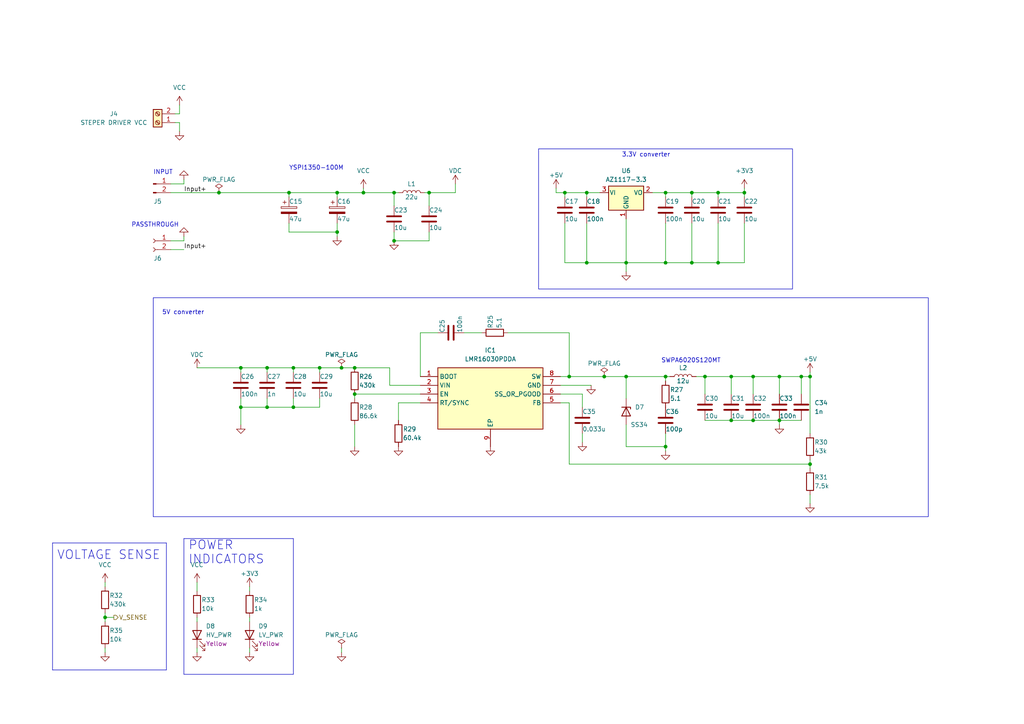
<source format=kicad_sch>
(kicad_sch (version 20231120) (generator "eeschema") (generator_version "8.0")
  (paper "A4")
  (title_block (title "Power Supply ") (date "2023-12-25") (rev "0.1") (company "Patryk Dudziński") (comment 1 "Power Supply  and filters"))
  (lib_symbols
    (symbol "Connector:Conn_01x02_Female" (pin_names (offset 1.016) hide)
      (property "Reference" "J" (at 0 2.54 0))
      (property "Value" "Conn_01x02_Female" (at 0 -5.08 0))
      (symbol "Conn_01x02_Female_1_1"
        (arc (start 0 -2.032) (mid -0.5058 -2.54) (end 0 -3.048) (stroke (width 0.1524)))
        (polyline (pts (xy -1.27 -2.54) (xy -0.508 -2.54)) (stroke (width 0.1524)))
        (polyline (pts (xy -1.27 0) (xy -0.508 0)) (stroke (width 0.1524)))
        (arc (start 0 0.508) (mid -0.5058 0) (end 0 -0.508) (stroke (width 0.1524)))
        (pin passive line (at -5.08 0 0) (length 3.81) (name "Pin_1") (number "1"))
        (pin passive line (at -5.08 -2.54 0) (length 3.81) (name "Pin_2") (number "2"))
      )
    )
    (symbol "Connector:Conn_01x02_Male" (pin_names (offset 1.016) hide)
      (property "Reference" "J" (at 0 2.54 0))
      (property "Value" "Conn_01x02_Male" (at 0 -5.08 0))
      (symbol "Conn_01x02_Male_1_1"
        (polyline (pts (xy 1.27 -2.54) (xy 0.8636 -2.54)) (stroke (width 0.1524)))
        (polyline (pts (xy 1.27 0) (xy 0.8636 0)) (stroke (width 0.1524)))
        (rectangle (start 0.8636 -2.413) (end 0 -2.667) (stroke (width 0.1524)) (fill (type outline)))
        (rectangle (start 0.8636 0.127) (end 0 -0.127) (stroke (width 0.1524)) (fill (type outline)))
        (pin passive line (at 5.08 0 180) (length 3.81) (name "Pin_1") (number "1"))
        (pin passive line (at 5.08 -2.54 180) (length 3.81) (name "Pin_2") (number "2"))
      )
    )
    (symbol "Connector:Screw_Terminal_01x02" (pin_names (offset 1.016) hide)
      (property "Reference" "J" (at 0 2.54 0))
      (property "Value" "Screw_Terminal_01x02" (at 0 -5.08 0))
      (symbol "Screw_Terminal_01x02_1_1"
        (rectangle (start -1.27 1.27) (end 1.27 -3.81) (stroke (width 0.254)) (fill (type background)))
        (circle (center 0 -2.54) (radius 0.635) (stroke (width 0.1524)))
        (polyline (pts (xy -0.5334 -2.2098) (xy 0.3302 -3.048)) (stroke (width 0.1524)))
        (polyline (pts (xy -0.5334 0.3302) (xy 0.3302 -0.508)) (stroke (width 0.1524)))
        (polyline (pts (xy -0.3556 -2.032) (xy 0.508 -2.8702)) (stroke (width 0.1524)))
        (polyline (pts (xy -0.3556 0.508) (xy 0.508 -0.3302)) (stroke (width 0.1524)))
        (circle (center 0 0) (radius 0.635) (stroke (width 0.1524)))
        (pin passive line (at -5.08 0 0) (length 3.81) (name "Pin_1") (number "1"))
        (pin passive line (at -5.08 -2.54 0) (length 3.81) (name "Pin_2") (number "2"))
      )
    )
    (symbol "Device:C" (pin_numbers hide) (pin_names (offset 0.254))
      (property "Reference" "C" (at 0.635 2.54 0))
      (property "Value" "C" (at 0.635 -2.54 0))
      (symbol "C_0_1"
        (polyline (pts (xy -2.032 -0.762) (xy 2.032 -0.762)) (stroke (width 0.508)))
        (polyline (pts (xy -2.032 0.762) (xy 2.032 0.762)) (stroke (width 0.508)))
      )
      (symbol "C_1_1"
        (pin passive line (at 0 3.81 270) (length 2.794) (name "~") (number "1"))
        (pin passive line (at 0 -3.81 90) (length 2.794) (name "~") (number "2"))
      )
    )
    (symbol "Device:C_Polarized" (pin_numbers hide) (pin_names (offset 0.254))
      (property "Reference" "C" (at 0.635 2.54 0))
      (property "Value" "C_Polarized" (at 0.635 -2.54 0))
      (symbol "C_Polarized_0_1"
        (rectangle (start -2.286 0.508) (end 2.286 1.016))
        (polyline (pts (xy -1.778 2.286) (xy -0.762 2.286)))
        (polyline (pts (xy -1.27 2.794) (xy -1.27 1.778)))
        (rectangle (start 2.286 -0.508) (end -2.286 -1.016) (fill (type outline)))
      )
      (symbol "C_Polarized_1_1"
        (pin passive line (at 0 3.81 270) (length 2.794) (name "~") (number "1"))
        (pin passive line (at 0 -3.81 90) (length 2.794) (name "~") (number "2"))
      )
    )
    (symbol "Device:L" (pin_numbers hide) (pin_names (offset 1.016) hide)
      (property "Reference" "L" (at -1.27 0 90))
      (property "Value" "L" (at 1.905 0 90))
      (symbol "L_0_1"
        (arc (start 0 -2.54) (mid 0.6323 -1.905) (end 0 -1.27))
        (arc (start 0 -1.27) (mid 0.6323 -0.635) (end 0 0))
        (arc (start 0 0) (mid 0.6323 0.635) (end 0 1.27))
        (arc (start 0 1.27) (mid 0.6323 1.905) (end 0 2.54))
      )
      (symbol "L_1_1"
        (pin passive line (at 0 3.81 270) (length 1.27) (name "1") (number "1"))
        (pin passive line (at 0 -3.81 90) (length 1.27) (name "2") (number "2"))
      )
    )
    (symbol "Device:LED" (pin_numbers hide) (pin_names (offset 1.016) hide)
      (property "Reference" "D" (at 0 2.54 0))
      (property "Value" "LED" (at 0 -2.54 0))
      (symbol "LED_0_1"
        (polyline (pts (xy -1.27 -1.27) (xy -1.27 1.27)) (stroke (width 0.254)))
        (polyline (pts (xy -1.27 0) (xy 1.27 0)))
        (polyline (pts (xy 1.27 -1.27) (xy 1.27 1.27) (xy -1.27 0) (xy 1.27 -1.27)) (stroke (width 0.254)))
        (polyline (pts (xy -3.048 -0.762) (xy -4.572 -2.286) (xy -3.81 -2.286) (xy -4.572 -2.286) (xy -4.572 -1.524)))
        (polyline (pts (xy -1.778 -0.762) (xy -3.302 -2.286) (xy -2.54 -2.286) (xy -3.302 -2.286) (xy -3.302 -1.524)))
      )
      (symbol "LED_1_1"
        (pin passive line (at -3.81 0 0) (length 2.54) (name "K") (number "1"))
        (pin passive line (at 3.81 0 180) (length 2.54) (name "A") (number "2"))
      )
    )
    (symbol "Device:R" (pin_numbers hide) (pin_names (offset 0))
      (property "Reference" "R" (at 2.032 0 90))
      (property "Value" "R" (at 0 0 90))
      (symbol "R_0_1"
        (rectangle (start -1.016 -2.54) (end 1.016 2.54) (stroke (width 0.254)))
      )
      (symbol "R_1_1"
        (pin passive line (at 0 3.81 270) (length 1.27) (name "~") (number "1"))
        (pin passive line (at 0 -3.81 90) (length 1.27) (name "~") (number "2"))
      )
    )
    (symbol "Diode:Z3SMCxxx" (pin_numbers hide) (pin_names hide)
      (property "Reference" "D" (at 0 2.54 0))
      (property "Value" "Z3SMCxxx" (at 0 -2.54 0))
      (symbol "Z3SMCxxx_0_1"
        (polyline (pts (xy 1.27 0) (xy -1.27 0)))
        (polyline (pts (xy -1.27 -1.27) (xy -1.27 1.27) (xy -0.762 1.27)) (stroke (width 0.254)))
        (polyline (pts (xy 1.27 -1.27) (xy 1.27 1.27) (xy -1.27 0) (xy 1.27 -1.27)) (stroke (width 0.254)))
      )
      (symbol "Z3SMCxxx_1_1"
        (pin passive line (at -3.81 0 0) (length 2.54) (name "K") (number "1"))
        (pin passive line (at 3.81 0 180) (length 2.54) (name "A") (number "2"))
      )
    )
    (symbol "LMR16030PDDA:LMR16030PDDA"
      (property "Reference" "IC" (at 36.83 7.62 0))
      (property "Value" "LMR16030PDDA" (at 36.83 5.08 0))
      (symbol "LMR16030PDDA_1_1"
        (rectangle (start 5.08 2.54) (end 35.56 -15.24) (stroke (width 0.254)) (fill (type background)))
        (pin passive line (at 0 0 0) (length 5.08) (name "BOOT") (number "1"))
        (pin passive line (at 0 -2.54 0) (length 5.08) (name "VIN") (number "2"))
        (pin passive line (at 0 -5.08 0) (length 5.08) (name "EN") (number "3"))
        (pin passive line (at 0 -7.62 0) (length 5.08) (name "RT/SYNC") (number "4"))
        (pin passive line (at 40.64 -7.62 180) (length 5.08) (name "FB") (number "5"))
        (pin passive line (at 40.64 -5.08 180) (length 5.08) (name "SS_OR_PGOOD") (number "6"))
        (pin passive line (at 40.64 -2.54 180) (length 5.08) (name "GND") (number "7"))
        (pin passive line (at 40.64 0 180) (length 5.08) (name "SW") (number "8"))
        (pin passive line (at 20.32 -20.32 90) (length 5.08) (name "EP") (number "9"))
      )
    )
    (symbol "Regulator_Linear:AMS1117-3.3" (pin_names (offset 0.254))
      (property "Reference" "U" (at -3.81 3.175 0))
      (property "Value" "AMS1117-3.3" (at 0 3.175 0))
      (symbol "AMS1117-3.3_0_1"
        (rectangle (start -5.08 -5.08) (end 5.08 1.905) (stroke (width 0.254)) (fill (type background)))
      )
      (symbol "AMS1117-3.3_1_1"
        (pin power_in line (at 0 -7.62 90) (length 2.54) (name "GND") (number "1"))
        (pin power_out line (at 7.62 0 180) (length 2.54) (name "VO") (number "2"))
        (pin power_in line (at -7.62 0 0) (length 2.54) (name "VI") (number "3"))
      )
    )
    (symbol "power:+3V3" (power) (pin_names (offset 0))
      (property "Value" "+3V3" (at 0 3.556 0))
      (symbol "+3V3_0_1"
        (polyline (pts (xy -0.762 1.27) (xy 0 2.54)))
        (polyline (pts (xy 0 0) (xy 0 2.54)))
        (polyline (pts (xy 0 2.54) (xy 0.762 1.27)))
      )
      (symbol "+3V3_1_1"
        (pin power_in line (at 0 0 90) (length 0) hide (name "+3V3") (number "1"))
      )
    )
    (symbol "power:+5V" (power) (pin_names (offset 0))
      (property "Value" "+5V" (at 0 3.556 0))
      (symbol "+5V_0_1"
        (polyline (pts (xy -0.762 1.27) (xy 0 2.54)))
        (polyline (pts (xy 0 0) (xy 0 2.54)))
        (polyline (pts (xy 0 2.54) (xy 0.762 1.27)))
      )
      (symbol "+5V_1_1"
        (pin power_in line (at 0 0 90) (length 0) hide (name "+5V") (number "1"))
      )
    )
    (symbol "power:GND" (power) (pin_names (offset 0))
      (property "Value" "GND" (at 0 -3.81 0))
      (symbol "GND_0_1"
        (polyline (pts (xy 0 0) (xy 0 -1.27) (xy 1.27 -1.27) (xy 0 -2.54) (xy -1.27 -1.27) (xy 0 -1.27)))
      )
      (symbol "GND_1_1"
        (pin power_in line (at 0 0 270) (length 0) hide (name "GND") (number "1"))
      )
    )
    (symbol "power:PWR_FLAG" (power) (pin_numbers hide) (pin_names (offset 0) hide)
      (property "Value" "PWR_FLAG" (at 0 3.81 0))
      (symbol "PWR_FLAG_0_0"
        (pin power_out line (at 0 0 90) (length 0) (name "pwr") (number "1"))
      )
      (symbol "PWR_FLAG_0_1"
        (polyline (pts (xy 0 0) (xy 0 1.27) (xy -1.016 1.905) (xy 0 2.54) (xy 1.016 1.905) (xy 0 1.27)))
      )
    )
    (symbol "power:VCC" (power) (pin_names (offset 0))
      (property "Value" "VCC" (at 0 3.81 0))
      (symbol "VCC_0_1"
        (polyline (pts (xy -0.762 1.27) (xy 0 2.54)))
        (polyline (pts (xy 0 0) (xy 0 2.54)))
        (polyline (pts (xy 0 2.54) (xy 0.762 1.27)))
      )
      (symbol "VCC_1_1"
        (pin power_in line (at 0 0 90) (length 0) hide (name "VCC") (number "1"))
      )
    )
    (symbol "power:VDC" (power) (pin_names (offset 0))
      (property "Value" "VDC" (at 0 6.35 0))
      (symbol "VDC_0_1"
        (polyline (pts (xy -0.762 1.27) (xy 0 2.54)))
        (polyline (pts (xy 0 0) (xy 0 2.54)))
        (polyline (pts (xy 0 2.54) (xy 0.762 1.27)))
      )
      (symbol "VDC_1_1"
        (pin power_in line (at 0 0 90) (length 0) hide (name "VDC") (number "1"))
      )
    )
  )
  (junction (at 77.47 106.68))
  (junction (at 83.82 55.88))
  (junction (at 234.95 109.22))
  (junction (at 114.3 69.85))
  (junction (at 175.26 109.22))
  (junction (at 124.46 55.88))
  (junction (at 97.79 67.31))
  (junction (at 181.61 109.22))
  (junction (at 215.9 55.88))
  (junction (at 193.04 55.88))
  (junction (at 99.06 106.68))
  (junction (at 181.61 76.2))
  (junction (at 218.44 109.22))
  (junction (at 193.04 129.54))
  (junction (at 212.09 121.92))
  (junction (at 226.06 121.92))
  (junction (at 218.44 121.92))
  (junction (at 208.28 55.88))
  (junction (at 212.09 109.22))
  (junction (at 69.85 106.68))
  (junction (at 102.87 106.68))
  (junction (at 193.04 109.22))
  (junction (at 30.48 179.07))
  (junction (at 234.95 134.62))
  (junction (at 114.3 55.88))
  (junction (at 200.66 55.88))
  (junction (at 204.47 109.22))
  (junction (at 97.79 55.88))
  (junction (at 208.28 76.2))
  (junction (at 63.5 55.88))
  (junction (at 85.09 118.11))
  (junction (at 232.41 109.22))
  (junction (at 85.09 106.68))
  (junction (at 165.1 109.22))
  (junction (at 226.06 109.22))
  (junction (at 92.71 106.68))
  (junction (at 105.41 55.88))
  (junction (at 193.04 76.2))
  (junction (at 170.18 76.2))
  (junction (at 69.85 118.11))
  (junction (at 163.83 55.88))
  (junction (at 170.18 55.88))
  (junction (at 102.87 114.3))
  (junction (at 200.66 76.2))
  (junction (at 77.47 118.11))
  (wire (pts (xy 30.48 177.8) (xy 30.48 179.07)))
  (wire (pts (xy 193.04 125.73) (xy 193.04 129.54)))
  (wire (pts (xy 52.07 33.02) (xy 52.07 30.48)))
  (wire (pts (xy 57.15 187.96) (xy 57.15 189.23)))
  (wire (pts (xy 226.06 121.92) (xy 226.06 123.19)))
  (wire (pts (xy 215.9 76.2) (xy 208.28 76.2)))
  (wire (pts (xy 57.15 179.07) (xy 57.15 180.34)))
  (wire (pts (xy 212.09 109.22) (xy 218.44 109.22)))
  (wire (pts (xy 99.06 187.96) (xy 99.06 189.23)))
  (wire (pts (xy 83.82 67.31) (xy 97.79 67.31)))
  (polyline (pts (xy 53.34 195.58) (xy 85.09 195.58)))
  (wire (pts (xy 114.3 69.85) (xy 114.3 67.31)))
  (wire (pts (xy 201.93 109.22) (xy 204.47 109.22)))
  (wire (pts (xy 102.87 114.3) (xy 102.87 115.57)))
  (wire (pts (xy 124.46 55.88) (xy 124.46 59.69)))
  (wire (pts (xy 208.28 55.88) (xy 215.9 55.88)))
  (wire (pts (xy 69.85 115.57) (xy 69.85 118.11)))
  (wire (pts (xy 218.44 121.92) (xy 226.06 121.92)))
  (wire (pts (xy 208.28 57.15) (xy 208.28 55.88)))
  (wire (pts (xy 30.48 168.91) (xy 30.48 170.18)))
  (wire (pts (xy 69.85 106.68) (xy 77.47 106.68)))
  (wire (pts (xy 181.61 76.2) (xy 193.04 76.2)))
  (wire (pts (xy 134.62 96.52) (xy 139.7 96.52)))
  (wire (pts (xy 232.41 109.22) (xy 232.41 114.3)))
  (wire (pts (xy 123.19 55.88) (xy 124.46 55.88)))
  (wire (pts (xy 165.1 116.84) (xy 165.1 134.62)))
  (wire (pts (xy 77.47 118.11) (xy 85.09 118.11)))
  (wire (pts (xy 234.95 133.35) (xy 234.95 134.62)))
  (wire (pts (xy 99.06 106.68) (xy 92.71 106.68)))
  (wire (pts (xy 168.91 118.11) (xy 168.91 114.3)))
  (wire (pts (xy 212.09 121.92) (xy 218.44 121.92)))
  (wire (pts (xy 52.07 35.56) (xy 52.07 38.1)))
  (wire (pts (xy 114.3 69.85) (xy 124.46 69.85)))
  (wire (pts (xy 193.04 76.2) (xy 200.66 76.2)))
  (polyline (pts (xy 15.24 194.31) (xy 48.26 194.31)))
  (wire (pts (xy 162.56 109.22) (xy 165.1 109.22)))
  (polyline (pts (xy 15.24 157.48) (xy 48.26 157.48)))
  (wire (pts (xy 193.04 129.54) (xy 193.04 130.81)))
  (wire (pts (xy 53.34 72.39) (xy 49.53 72.39)))
  (wire (pts (xy 113.03 106.68) (xy 102.87 106.68)))
  (wire (pts (xy 77.47 106.68) (xy 85.09 106.68)))
  (wire (pts (xy 215.9 55.88) (xy 215.9 54.61)))
  (wire (pts (xy 121.92 111.76) (xy 113.03 111.76)))
  (wire (pts (xy 124.46 55.88) (xy 132.08 55.88)))
  (wire (pts (xy 168.91 128.27) (xy 168.91 125.73)))
  (wire (pts (xy 162.56 111.76) (xy 171.45 111.76)))
  (wire (pts (xy 204.47 114.3) (xy 204.47 109.22)))
  (wire (pts (xy 161.29 55.88) (xy 163.83 55.88)))
  (wire (pts (xy 97.79 55.88) (xy 97.79 57.15)))
  (wire (pts (xy 113.03 111.76) (xy 113.03 106.68)))
  (wire (pts (xy 165.1 109.22) (xy 175.26 109.22)))
  (wire (pts (xy 226.06 109.22) (xy 218.44 109.22)))
  (wire (pts (xy 200.66 55.88) (xy 208.28 55.88)))
  (wire (pts (xy 121.92 109.22) (xy 121.92 96.52)))
  (wire (pts (xy 50.8 35.56) (xy 52.07 35.56)))
  (wire (pts (xy 181.61 63.5) (xy 181.61 76.2)))
  (wire (pts (xy 124.46 69.85) (xy 124.46 67.31)))
  (wire (pts (xy 121.92 96.52) (xy 127 96.52)))
  (wire (pts (xy 83.82 67.31) (xy 83.82 64.77)))
  (wire (pts (xy 105.41 54.61) (xy 105.41 55.88)))
  (wire (pts (xy 163.83 55.88) (xy 163.83 57.15)))
  (wire (pts (xy 204.47 121.92) (xy 212.09 121.92)))
  (wire (pts (xy 163.83 55.88) (xy 170.18 55.88)))
  (wire (pts (xy 57.15 168.91) (xy 57.15 171.45)))
  (wire (pts (xy 53.34 69.85) (xy 53.34 68.58)))
  (wire (pts (xy 165.1 134.62) (xy 234.95 134.62)))
  (wire (pts (xy 132.08 55.88) (xy 132.08 53.34)))
  (polyline (pts (xy 85.09 195.58) (xy 85.09 156.21)))
  (wire (pts (xy 193.04 64.77) (xy 193.04 76.2)))
  (wire (pts (xy 208.28 64.77) (xy 208.28 76.2)))
  (wire (pts (xy 200.66 76.2) (xy 208.28 76.2)))
  (wire (pts (xy 92.71 107.95) (xy 92.71 106.68)))
  (wire (pts (xy 72.39 179.07) (xy 72.39 180.34)))
  (wire (pts (xy 181.61 109.22) (xy 193.04 109.22)))
  (wire (pts (xy 193.04 110.49) (xy 193.04 109.22)))
  (wire (pts (xy 49.53 55.88) (xy 63.5 55.88)))
  (wire (pts (xy 69.85 118.11) (xy 69.85 123.19)))
  (wire (pts (xy 69.85 107.95) (xy 69.85 106.68)))
  (wire (pts (xy 77.47 115.57) (xy 77.47 118.11)))
  (wire (pts (xy 181.61 123.19) (xy 181.61 129.54)))
  (wire (pts (xy 102.87 123.19) (xy 102.87 129.54)))
  (wire (pts (xy 114.3 55.88) (xy 114.3 59.69)))
  (wire (pts (xy 161.29 54.61) (xy 161.29 55.88)))
  (wire (pts (xy 232.41 109.22) (xy 226.06 109.22)))
  (wire (pts (xy 102.87 106.68) (xy 99.06 106.68)))
  (polyline (pts (xy 48.26 194.31) (xy 48.26 157.48)))
  (wire (pts (xy 193.04 55.88) (xy 200.66 55.88)))
  (wire (pts (xy 97.79 67.31) (xy 97.79 64.77)))
  (wire (pts (xy 53.34 69.85) (xy 49.53 69.85)))
  (wire (pts (xy 181.61 109.22) (xy 181.61 115.57)))
  (wire (pts (xy 97.79 68.58) (xy 97.79 67.31)))
  (wire (pts (xy 234.95 134.62) (xy 234.95 135.89)))
  (wire (pts (xy 200.66 64.77) (xy 200.66 76.2)))
  (wire (pts (xy 163.83 64.77) (xy 163.83 76.2)))
  (wire (pts (xy 115.57 55.88) (xy 114.3 55.88)))
  (wire (pts (xy 162.56 116.84) (xy 165.1 116.84)))
  (wire (pts (xy 170.18 55.88) (xy 170.18 57.15)))
  (wire (pts (xy 170.18 64.77) (xy 170.18 76.2)))
  (wire (pts (xy 53.34 53.34) (xy 49.53 53.34)))
  (wire (pts (xy 200.66 55.88) (xy 200.66 57.15)))
  (polyline (pts (xy 15.24 157.48) (xy 15.24 194.31)))
  (wire (pts (xy 115.57 116.84) (xy 115.57 121.92)))
  (wire (pts (xy 105.41 55.88) (xy 114.3 55.88)))
  (wire (pts (xy 30.48 179.07) (xy 30.48 180.34)))
  (wire (pts (xy 53.34 53.34) (xy 53.34 52.07)))
  (wire (pts (xy 57.15 106.68) (xy 69.85 106.68)))
  (wire (pts (xy 30.48 187.96) (xy 30.48 189.23)))
  (wire (pts (xy 234.95 125.73) (xy 234.95 109.22)))
  (wire (pts (xy 175.26 109.22) (xy 181.61 109.22)))
  (wire (pts (xy 83.82 55.88) (xy 83.82 57.15)))
  (wire (pts (xy 212.09 114.3) (xy 212.09 109.22)))
  (polyline (pts (xy 53.34 156.21) (xy 85.09 156.21)))
  (wire (pts (xy 72.39 170.18) (xy 72.39 171.45)))
  (wire (pts (xy 147.32 96.52) (xy 165.1 96.52)))
  (wire (pts (xy 83.82 55.88) (xy 97.79 55.88)))
  (wire (pts (xy 72.39 187.96) (xy 72.39 189.23)))
  (wire (pts (xy 102.87 114.3) (xy 121.92 114.3)))
  (wire (pts (xy 218.44 114.3) (xy 218.44 109.22)))
  (wire (pts (xy 92.71 106.68) (xy 85.09 106.68)))
  (wire (pts (xy 92.71 115.57) (xy 92.71 118.11)))
  (wire (pts (xy 215.9 55.88) (xy 215.9 57.15)))
  (wire (pts (xy 170.18 76.2) (xy 181.61 76.2)))
  (wire (pts (xy 215.9 64.77) (xy 215.9 76.2)))
  (wire (pts (xy 204.47 109.22) (xy 212.09 109.22)))
  (wire (pts (xy 193.04 55.88) (xy 193.04 57.15)))
  (wire (pts (xy 85.09 107.95) (xy 85.09 106.68)))
  (wire (pts (xy 234.95 109.22) (xy 232.41 109.22)))
  (wire (pts (xy 189.23 55.88) (xy 193.04 55.88)))
  (wire (pts (xy 181.61 129.54) (xy 193.04 129.54)))
  (wire (pts (xy 234.95 143.51) (xy 234.95 146.05)))
  (wire (pts (xy 63.5 55.88) (xy 83.82 55.88)))
  (wire (pts (xy 226.06 109.22) (xy 226.06 114.3)))
  (wire (pts (xy 165.1 109.22) (xy 165.1 96.52)))
  (wire (pts (xy 170.18 76.2) (xy 163.83 76.2)))
  (wire (pts (xy 69.85 118.11) (xy 77.47 118.11)))
  (wire (pts (xy 115.57 116.84) (xy 121.92 116.84)))
  (wire (pts (xy 92.71 118.11) (xy 85.09 118.11)))
  (wire (pts (xy 50.8 33.02) (xy 52.07 33.02)))
  (wire (pts (xy 77.47 107.95) (xy 77.47 106.68)))
  (wire (pts (xy 226.06 121.92) (xy 232.41 121.92)))
  (wire (pts (xy 97.79 55.88) (xy 105.41 55.88)))
  (wire (pts (xy 85.09 115.57) (xy 85.09 118.11)))
  (wire (pts (xy 162.56 114.3) (xy 168.91 114.3)))
  (wire (pts (xy 181.61 78.74) (xy 181.61 76.2)))
  (wire (pts (xy 30.48 179.07) (xy 33.02 179.07)))
  (wire (pts (xy 193.04 109.22) (xy 194.31 109.22)))
  (wire (pts (xy 234.95 107.95) (xy 234.95 109.22)))
  (wire (pts (xy 170.18 55.88) (xy 173.99 55.88)))
  (polyline (pts (xy 53.34 156.21) (xy 53.34 195.58)))
  (rectangle (start 156.21 43.18) (end 229.87 83.82))
  (rectangle (start 44.45 86.36) (end 269.24 149.86))
  (text "POWER\nINDICATORS" (at 54.61 163.83 0) (effects (font (size 2.54 2.54)) (justify left bottom)))
  (text "VOLTAGE SENSE" (at 16.51 162.56 0) (effects (font (size 2.54 2.54)) (justify left bottom)))
  (text "YSPI1350-100M" (at 83.82 49.53 0) (effects (font (size 1.27 1.27)) (justify left bottom)))
  (text "PASSTHROUGH" (at 38.1 66.04 0) (effects (font (size 1.27 1.27)) (justify left bottom)))
  (text "SWPA6020S120MT" (at 191.77 105.41 0) (effects (font (size 1.27 1.27)) (justify left bottom)))
  (text "INPUT" (at 44.45 50.8 0) (effects (font (size 1.27 1.27)) (justify left bottom)))
  (text "3.3V converter" (at 180.34 45.72 0) (effects (font (size 1.27 1.27)) (justify left bottom)))
  (text "5V converter" (at 46.99 91.44 0) (effects (font (size 1.27 1.27)) (justify left bottom)))
  (label "Input+" (at 53.34 72.39 0))
  (label "Input+" (at 53.34 55.88 0))
  (hierarchical_label "V_SENSE" (shape output) (at 33.02 179.07 0))
  (symbol (lib_id "Device:L") (at 119.38 55.88 90) (unit 1)
    (property "Reference" "L1" (at 119.38 53.34 90))
    (property "Value" "22u" (at 119.38 57.15 90))
    (property "Footprint" "Inductor_SMD:L_6.3x6.3_H3" (effects (hide yes)))
  )
  (symbol (lib_id "Device:C") (at 124.46 63.5 0) (unit 1)
    (property "Reference" "C24" (at 124.46 60.96 0) (effects (justify left)))
    (property "Value" "10u" (at 124.46 66.04 0) (effects (justify left)))
    (property "Footprint" "Capacitor_SMD:C_1210_3225Metric" (effects (hide yes)))
  )
  (symbol (lib_id "Device:C") (at 85.09 111.76 0) (unit 1)
    (property "Reference" "C28" (at 85.09 109.22 0) (effects (justify left)))
    (property "Value" "10u" (at 85.09 114.3 0) (effects (justify left)))
    (property "Footprint" "Capacitor_SMD:C_1210_3225Metric" (effects (hide yes)))
    (instances (project "sdrac_board" (path "" (reference "C28") (unit 1))) (project "motor controller" (path "" (reference "C23") (unit 1))))
  )
  (symbol (lib_id "Device:C") (at 92.71 111.76 0) (unit 1)
    (property "Reference" "C29" (at 92.71 109.22 0) (effects (justify left)))
    (property "Value" "10u" (at 92.71 114.3 0) (effects (justify left)))
    (property "Footprint" "Capacitor_SMD:C_1210_3225Metric" (effects (hide yes)))
    (instances (project "sdrac_board" (path "" (reference "C29") (unit 1))) (project "motor controller" (path "" (reference "C23") (unit 1))))
  )
  (symbol (lib_id "power:GND") (at 72.39 189.23 0) (unit 1)
    (property "Reference" "#PWR069" (effects (hide yes)))
    (property "Value" "GND" (effects (hide yes)))
    (instances (project "sdrac_board" (path "" (reference "#PWR069") (unit 1))) (project "motor controller" (path "" (reference "#PWR067") (unit 1))))
  )
  (symbol (lib_id "Device:R") (at 234.95 129.54 0) (unit 1)
    (property "Reference" "R30" (at 236.22 128.27 0) (effects (justify left)))
    (property "Value" "43k" (at 236.22 130.81 0) (effects (justify left)))
    (property "Footprint" "Resistor_SMD:R_0603_1608Metric" (effects (hide yes)))
    (instances (project "sdrac_board" (path "" (reference "R30") (unit 1))) (project "motor controller" (path "" (reference "R34") (unit 1))))
  )
  (symbol (lib_id "Device:C") (at 69.85 111.76 0) (unit 1)
    (property "Reference" "C26" (at 69.85 109.22 0) (effects (justify left)))
    (property "Value" "100n" (at 69.85 114.3 0) (effects (justify left)))
    (property "Footprint" "Capacitor_SMD:C_0603_1608Metric" (effects (hide yes)))
    (instances (project "sdrac_board" (path "" (reference "C26") (unit 1))) (project "motor controller" (path "" (reference "C34") (unit 1))))
  )
  (symbol (lib_id "Device:C") (at 170.18 60.96 0) (unit 1)
    (property "Reference" "C18" (at 170.18 58.42 0) (effects (justify left)))
    (property "Value" "100n" (at 170.18 63.5 0) (effects (justify left)))
    (property "Footprint" "Capacitor_SMD:C_0603_1608Metric" (effects (hide yes)))
    (instances (project "sdrac_board" (path "" (reference "C18") (unit 1))) (project "motor controller" (path "" (reference "C30") (unit 1))))
  )
  (symbol (lib_id "power:VDC") (at 132.08 53.34 0) (unit 1)
    (property "Reference" "#PWR045" (effects (hide yes)))
    (property "Value" "VDC" (at 132.08 49.53 0))
    (instances (project "sdrac_board" (path "" (reference "#PWR045") (unit 1))) (project "motor controller" (path "" (reference "#PWR072") (unit 1))))
  )
  (symbol (lib_id "Device:R") (at 102.87 110.49 0) (unit 1)
    (property "Reference" "R26" (at 104.14 109.22 0) (effects (justify left)))
    (property "Value" "430k" (at 104.14 111.76 0) (effects (justify left)))
    (property "Footprint" "Resistor_SMD:R_0603_1608Metric" (effects (hide yes)))
    (instances (project "sdrac_board" (path "" (reference "R26") (unit 1))) (project "motor controller" (path "" (reference "R34") (unit 1))))
  )
  (symbol (lib_id "power:VDC") (at 57.15 106.68 0) (unit 1)
    (property "Reference" "#PWR053" (effects (hide yes)))
    (property "Value" "VDC" (at 57.15 102.87 0))
  )
  (symbol (lib_id "power:GND") (at 234.95 146.05 0) (unit 1)
    (property "Reference" "#PWR063" (effects (hide yes)))
    (property "Value" "GND" (effects (hide yes)))
    (instances (project "sdrac_board" (path "" (reference "#PWR063") (unit 1))) (project "motor controller" (path "" (reference "#PWR071") (unit 1))))
  )
  (symbol (lib_id "Device:R") (at 193.04 114.3 0) (unit 1)
    (property "Reference" "R27" (at 194.31 113.03 0) (effects (justify left)))
    (property "Value" "5.1" (at 194.31 115.57 0) (effects (justify left)))
    (property "Footprint" "Resistor_SMD:R_0603_1608Metric" (effects (hide yes)))
    (instances (project "sdrac_board" (path "" (reference "R27") (unit 1))) (project "motor controller" (path "" (reference "R34") (unit 1))))
  )
  (symbol (lib_id "power:GND") (at 193.04 130.81 0) (unit 1)
    (property "Reference" "#PWR062" (effects (hide yes)))
    (property "Value" "GND" (effects (hide yes)))
    (instances (project "sdrac_board" (path "" (reference "#PWR062") (unit 1))) (project "motor controller" (path "" (reference "#PWR071") (unit 1))))
  )
  (symbol (lib_id "power:+3V3") (at 72.39 170.18 0) (unit 1)
    (property "Reference" "#PWR066" (effects (hide yes)))
    (property "Value" "+3V3" (at 72.39 166.37 0))
  )
  (symbol (lib_id "Device:C") (at 232.41 118.11 0) (unit 1)
    (property "Reference" "C34" (at 236.22 116.84 0) (effects (justify left)))
    (property "Value" "1n" (at 236.22 119.38 0) (effects (justify left)))
    (property "Footprint" "Capacitor_SMD:C_0603_1608Metric" (effects (hide yes)))
  )
  (symbol (lib_id "power:+5V") (at 161.29 54.61 0) (unit 1)
    (property "Reference" "#PWR047" (effects (hide yes)))
    (property "Value" "+5V" (at 161.29 50.8 0))
    (instances (project "sdrac_board" (path "" (reference "#PWR047") (unit 1))) (project "motor controller" (path "" (reference "#PWR070") (unit 1))))
  )
  (symbol (lib_id "power:GND") (at 52.07 38.1 0) (unit 1)
    (property "Reference" "#PWR043" (effects (hide yes)))
    (property "Value" "GND" (effects (hide yes)))
  )
  (symbol (lib_id "Device:R") (at 102.87 119.38 0) (unit 1)
    (property "Reference" "R28" (at 104.14 118.11 0) (effects (justify left)))
    (property "Value" "86.6k" (at 104.14 120.65 0) (effects (justify left)))
    (property "Footprint" "Resistor_SMD:R_0603_1608Metric" (effects (hide yes)))
    (instances (project "sdrac_board" (path "" (reference "R28") (unit 1))) (project "motor controller" (path "" (reference "R34") (unit 1))))
  )
  (symbol (lib_id "power:GND") (at 115.57 129.54 0) (unit 1)
    (property "Reference" "#PWR060" (effects (hide yes)))
    (property "Value" "GND" (effects (hide yes)))
    (instances (project "sdrac_board" (path "" (reference "#PWR060") (unit 1))) (project "motor controller" (path "" (reference "#PWR071") (unit 1))))
  )
  (symbol (lib_id "power:GND") (at 142.24 129.54 0) (unit 1)
    (property "Reference" "#PWR061" (effects (hide yes)))
    (property "Value" "GND" (effects (hide yes)))
    (instances (project "sdrac_board" (path "" (reference "#PWR061") (unit 1))) (project "motor controller" (path "" (reference "#PWR071") (unit 1))))
  )
  (symbol (lib_id "Device:C") (at 114.3 63.5 0) (unit 1)
    (property "Reference" "C23" (at 114.3 60.96 0) (effects (justify left)))
    (property "Value" "10u" (at 114.3 66.04 0) (effects (justify left)))
    (property "Footprint" "Capacitor_SMD:C_1210_3225Metric" (effects (hide yes)))
  )
  (symbol (lib_id "power:PWR_FLAG") (at 99.06 187.96 0) (unit 1)
    (property "Reference" "#FLG05" (effects (hide yes)))
    (property "Value" "PWR_FLAG" (at 99.06 184.15 0))
    (instances (project "sdrac_board" (path "" (reference "#FLG05") (unit 1))) (project "motor controller" (path "" (reference "#FLG04") (unit 1))))
  )
  (symbol (lib_id "Device:C_Polarized") (at 97.79 60.96 0) (unit 1)
    (property "Reference" "C16" (at 97.79 58.42 0) (effects (justify left)))
    (property "Value" "47u" (at 97.79 63.5 0) (effects (justify left)))
    (property "Footprint" "Capacitor_SMD:CP_Elec_10x10.5" (effects (hide yes)))
  )
  (symbol (lib_id "Device:C") (at 163.83 60.96 0) (unit 1)
    (property "Reference" "C17" (at 163.83 58.42 0) (effects (justify left)))
    (property "Value" "10u" (at 163.83 63.5 0) (effects (justify left)))
    (property "Footprint" "Capacitor_SMD:C_1206_3216Metric" (effects (hide yes)))
    (instances (project "sdrac_board" (path "" (reference "C17") (unit 1))) (project "motor controller" (path "" (reference "C28") (unit 1))))
  )
  (symbol (lib_id "Device:C") (at 212.09 118.11 0) (unit 1)
    (property "Reference" "C31" (at 212.09 115.57 0) (effects (justify left)))
    (property "Value" "10u" (at 212.09 120.65 0) (effects (justify left)))
    (property "Footprint" "Capacitor_SMD:C_0805_2012Metric" (effects (hide yes)))
    (instances (project "sdrac_board" (path "" (reference "C31") (unit 1))) (project "motor controller" (path "" (reference "C23") (unit 1))))
  )
  (symbol (lib_id "Device:LED") (at 72.39 184.15 90) (unit 1)
    (property "Reference" "D9" (at 74.93 181.61 90) (effects (justify right)))
    (property "Value" "LV_PWR" (at 74.93 184.15 90) (effects (justify right)))
    (property "Footprint" "Diode_SMD:D_0603_1608Metric" (effects (hide yes)))
    (property "Color" "Yellow" (at 74.93 186.69 90) (effects (justify right)))
    (instances (project "sdrac_board" (path "" (reference "D9") (unit 1))) (project "motor controller" (path "" (reference "D15") (unit 1))))
  )
  (symbol (lib_id "power:+3V3") (at 215.9 54.61 0) (unit 1)
    (property "Reference" "#PWR048" (effects (hide yes)))
    (property "Value" "+3V3" (at 215.9 49.53 0))
    (instances (project "sdrac_board" (path "" (reference "#PWR048") (unit 1))) (project "motor controller" (path "" (reference "#PWR074") (unit 1))))
  )
  (symbol (lib_id "Device:R") (at 72.39 175.26 0) (unit 1)
    (property "Reference" "R34" (at 73.66 173.99 0) (effects (justify left)))
    (property "Value" "1k" (at 73.66 176.53 0) (effects (justify left)))
    (property "Footprint" "Resistor_SMD:R_0402_1005Metric" (effects (hide yes)))
    (instances (project "sdrac_board" (path "" (reference "R34") (unit 1))) (project "motor controller" (path "" (reference "R37") (unit 1))))
  )
  (symbol (lib_id "Device:R") (at 115.57 125.73 0) (unit 1)
    (property "Reference" "R29" (at 116.84 124.46 0) (effects (justify left)))
    (property "Value" "60.4k" (at 116.84 127 0) (effects (justify left)))
    (property "Footprint" "Resistor_SMD:R_0603_1608Metric" (effects (hide yes)))
    (instances (project "sdrac_board" (path "" (reference "R29") (unit 1))) (project "motor controller" (path "" (reference "R34") (unit 1))))
  )
  (symbol (lib_id "LMR16030PDDA:LMR16030PDDA") (at 121.92 109.22 0) (unit 1)
    (property "Reference" "IC1" (at 142.24 101.6 0))
    (property "Value" "LMR16030PDDA" (at 142.24 104.14 0))
    (property "Footprint" "SOIC127P600X170-9N" (effects (hide yes)))
    (property "Datasheet" "http://www.ti.com/lit/ds/symlink/lmr16030.pdf" (effects (hide yes)))
    (property "Height" "1.7" (effects (hide yes)))
    (property "Manufacturer_Name" "Texas Instruments" (effects (hide yes)))
    (property "Manufacturer_Part_Number" "LMR16030PDDA" (effects (hide yes)))
    (property "Mouser Part Number" "595-LMR16030PDDA" (effects (hide yes)))
    (property "Mouser Price/Stock" "https://www.mouser.co.uk/ProductDetail/Texas-Instruments/LMR16030PDDA?qs=n%252BTO0c4TDSbXzO0JauJLSw%3D%3D" (effects (hide yes)))
    (property "Arrow Part Number" "LMR16030PDDA" (effects (hide yes)))
    (property "Arrow Price/Stock" "https://www.arrow.com/en/products/lmr16030pdda/texas-instruments?region=nac" (effects (hide yes)))
  )
  (symbol (lib_id "power:GND") (at 168.91 128.27 0) (unit 1)
    (property "Reference" "#PWR058" (effects (hide yes)))
    (property "Value" "GND" (effects (hide yes)))
    (instances (project "sdrac_board" (path "" (reference "#PWR058") (unit 1))) (project "motor controller" (path "" (reference "#PWR071") (unit 1))))
  )
  (symbol (lib_id "Device:C") (at 200.66 60.96 0) (unit 1)
    (property "Reference" "C20" (at 200.66 58.42 0) (effects (justify left)))
    (property "Value" "10u" (at 200.66 63.5 0) (effects (justify left)))
    (property "Footprint" "Capacitor_SMD:C_0805_2012Metric" (effects (hide yes)))
    (instances (project "sdrac_board" (path "" (reference "C20") (unit 1))) (project "motor controller" (path "" (reference "C36") (unit 1))))
  )
  (symbol (lib_id "Device:L") (at 198.12 109.22 90) (unit 1)
    (property "Reference" "L2" (at 198.12 106.68 90))
    (property "Value" "12u" (at 198.12 110.49 90))
    (property "Footprint" "Inductor_SMD:L_1812_4532Metric" (effects (hide yes)))
    (instances (project "sdrac_board" (path "" (reference "L2") (unit 1))) (project "motor controller" (path "" (reference "L1") (unit 1))))
  )
  (symbol (lib_id "power:GND") (at 69.85 123.19 0) (unit 1)
    (property "Reference" "#PWR056" (effects (hide yes)))
    (property "Value" "GND" (effects (hide yes)))
    (instances (project "sdrac_board" (path "" (reference "#PWR056") (unit 1))) (project "motor controller" (path "" (reference "#PWR071") (unit 1))))
  )
  (symbol (lib_id "Connector:Screw_Terminal_01x02") (at 45.72 35.56 180) (unit 1)
    (property "Reference" "J4" (at 33.02 33.02 0))
    (property "Value" "STEPER DRIVER VCC" (at 33.02 35.56 0))
    (property "Footprint" "TerminalBlock_Phoenix:TerminalBlock_Phoenix_MKDS-1,5-2_1x02_P5.00mm_Horizontal" (effects (hide yes)))
  )
  (symbol (lib_id "Device:C") (at 130.81 96.52 90) (unit 1)
    (property "Reference" "C25" (at 128.27 96.52 0) (effects (justify left)))
    (property "Value" "100n" (at 133.35 96.52 0) (effects (justify left)))
    (property "Footprint" "Resistor_SMD:R_0603_1608Metric" (effects (hide yes)))
    (instances (project "sdrac_board" (path "" (reference "C25") (unit 1))) (project "motor controller" (path "" (reference "C24") (unit 1))))
  )
  (symbol (lib_id "Device:R") (at 143.51 96.52 90) (unit 1)
    (property "Reference" "R25" (at 142.24 95.25 0) (effects (justify left)))
    (property "Value" "5.1" (at 144.78 95.25 0) (effects (justify left)))
    (property "Footprint" "Resistor_SMD:R_0603_1608Metric" (effects (hide yes)))
    (instances (project "sdrac_board" (path "" (reference "R25") (unit 1))) (project "motor controller" (path "" (reference "R34") (unit 1))))
  )
  (symbol (lib_id "Device:R") (at 234.95 139.7 0) (unit 1)
    (property "Reference" "R31" (at 236.22 138.43 0) (effects (justify left)))
    (property "Value" "7.5k" (at 236.22 140.97 0) (effects (justify left)))
    (property "Footprint" "Resistor_SMD:R_0603_1608Metric" (effects (hide yes)))
    (instances (project "sdrac_board" (path "" (reference "R31") (unit 1))) (project "motor controller" (path "" (reference "R34") (unit 1))))
  )
  (symbol (lib_id "power:PWR_FLAG") (at 63.5 55.88 0) (unit 1)
    (property "Reference" "#FLG02" (effects (hide yes)))
    (property "Value" "PWR_FLAG" (at 63.5 52.07 0))
  )
  (symbol (lib_id "power:GND") (at 114.3 69.85 0) (unit 1)
    (property "Reference" "#PWR051" (effects (hide yes)))
    (property "Value" "GND" (effects (hide yes)))
  )
  (symbol (lib_id "power:VCC") (at 52.07 30.48 0) (unit 1)
    (property "Reference" "#PWR042" (effects (hide yes)))
    (property "Value" "VCC" (at 52.07 25.4 0))
  )
  (symbol (lib_id "Device:C_Polarized") (at 83.82 60.96 0) (unit 1)
    (property "Reference" "C15" (at 83.82 58.42 0) (effects (justify left)))
    (property "Value" "47u" (at 83.82 63.5 0) (effects (justify left)))
    (property "Footprint" "Capacitor_SMD:CP_Elec_10x10.5" (effects (hide yes)))
  )
  (symbol (lib_id "Device:C") (at 218.44 118.11 0) (unit 1)
    (property "Reference" "C32" (at 218.44 115.57 0) (effects (justify left)))
    (property "Value" "100n" (at 218.44 120.65 0) (effects (justify left)))
    (property "Footprint" "Capacitor_SMD:C_0603_1608Metric" (effects (hide yes)))
    (instances (project "sdrac_board" (path "" (reference "C32") (unit 1))) (project "motor controller" (path "" (reference "C24") (unit 1))))
  )
  (symbol (lib_id "power:+5V") (at 234.95 107.95 0) (unit 1)
    (property "Reference" "#PWR054" (effects (hide yes)))
    (property "Value" "+5V" (at 234.95 104.14 0))
    (instances (project "sdrac_board" (path "" (reference "#PWR054") (unit 1))) (project "motor controller" (path "" (reference "#PWR070") (unit 1))))
  )
  (symbol (lib_id "Device:C") (at 204.47 118.11 0) (unit 1)
    (property "Reference" "C30" (at 204.47 115.57 0) (effects (justify left)))
    (property "Value" "10u" (at 204.47 120.65 0) (effects (justify left)))
    (property "Footprint" "Capacitor_SMD:C_0805_2012Metric" (effects (hide yes)))
    (instances (project "sdrac_board" (path "" (reference "C30") (unit 1))) (project "motor controller" (path "" (reference "C23") (unit 1))))
  )
  (symbol (lib_id "power:GND") (at 99.06 189.23 0) (unit 1)
    (property "Reference" "#PWR070" (effects (hide yes)))
    (property "Value" "GND" (effects (hide yes)))
    (instances (project "sdrac_board" (path "" (reference "#PWR070") (unit 1))) (project "motor controller" (path "" (reference "#PWR069") (unit 1))))
  )
  (symbol (lib_id "power:VCC") (at 30.48 168.91 0) (unit 1)
    (property "Reference" "#PWR064" (effects (hide yes)))
    (property "Value" "VCC" (at 30.48 163.83 0))
  )
  (symbol (lib_id "Device:C") (at 226.06 118.11 0) (unit 1)
    (property "Reference" "C33" (at 226.06 115.57 0) (effects (justify left)))
    (property "Value" "100n" (at 226.06 120.65 0) (effects (justify left)))
    (property "Footprint" "Capacitor_SMD:C_0603_1608Metric" (effects (hide yes)))
    (instances (project "sdrac_board" (path "" (reference "C33") (unit 1))) (project "motor controller" (path "" (reference "C24") (unit 1))))
  )
  (symbol (lib_id "Device:C") (at 215.9 60.96 0) (unit 1)
    (property "Reference" "C22" (at 215.9 58.42 0) (effects (justify left)))
    (property "Value" "10u" (at 215.9 63.5 0) (effects (justify left)))
    (property "Footprint" "Capacitor_SMD:C_0805_2012Metric" (effects (hide yes)))
    (instances (project "sdrac_board" (path "" (reference "C22") (unit 1))) (project "motor controller" (path "" (reference "C39") (unit 1))))
  )
  (symbol (lib_id "Device:C") (at 77.47 111.76 0) (unit 1)
    (property "Reference" "C27" (at 77.47 109.22 0) (effects (justify left)))
    (property "Value" "1n" (at 77.47 114.3 0) (effects (justify left)))
    (property "Footprint" "Capacitor_SMD:C_0603_1608Metric" (effects (hide yes)))
    (instances (project "sdrac_board" (path "" (reference "C27") (unit 1))) (project "motor controller" (path "" (reference "C34") (unit 1))))
  )
  (symbol (lib_id "power:GND") (at 53.34 52.07 180) (unit 1)
    (property "Reference" "#PWR044" (effects (hide yes)))
    (property "Value" "GND" (effects (hide yes)))
    (instances (project "sdrac_board" (path "" (reference "#PWR044") (unit 1))) (project "motor controller" (path "" (reference "#PWR064") (unit 1))))
  )
  (symbol (lib_id "power:GND") (at 30.48 189.23 0) (unit 1)
    (property "Reference" "#PWR067" (effects (hide yes)))
    (property "Value" "GND" (effects (hide yes)))
    (instances (project "sdrac_board" (path "" (reference "#PWR067") (unit 1))) (project "motor controller" (path "" (reference "#PWR062") (unit 1))))
  )
  (symbol (lib_id "power:GND") (at 97.79 68.58 0) (unit 1)
    (property "Reference" "#PWR050" (effects (hide yes)))
    (property "Value" "GND" (effects (hide yes)))
  )
  (symbol (lib_id "Device:R") (at 57.15 175.26 0) (unit 1)
    (property "Reference" "R33" (at 58.42 173.99 0) (effects (justify left)))
    (property "Value" "10k" (at 58.42 176.53 0) (effects (justify left)))
    (property "Footprint" "Resistor_SMD:R_0402_1005Metric" (effects (hide yes)))
    (instances (project "sdrac_board" (path "" (reference "R33") (unit 1))) (project "motor controller" (path "" (reference "R36") (unit 1))))
  )
  (symbol (lib_id "power:VCC") (at 105.41 54.61 0) (unit 1)
    (property "Reference" "#PWR046" (effects (hide yes)))
    (property "Value" "VCC" (at 105.41 49.53 0))
  )
  (symbol (lib_id "Diode:Z3SMCxxx") (at 181.61 119.38 270) (unit 1)
    (property "Reference" "D7" (at 184.15 118.11 90) (effects (justify left)))
    (property "Value" "SS34" (at 182.88 123.19 90) (effects (justify left)))
    (property "Footprint" "Diode_SMD:D_SMA" (effects (hide yes)))
    (property "Datasheet" "https://diotec.com/tl_files/diotec/files/pdf/datasheets/z3smc1.pdf" (effects (hide yes)))
  )
  (symbol (lib_id "power:GND") (at 53.34 68.58 180) (unit 1)
    (property "Reference" "#PWR049" (effects (hide yes)))
    (property "Value" "GND" (effects (hide yes)))
    (instances (project "sdrac_board" (path "" (reference "#PWR049") (unit 1))) (project "motor controller" (path "" (reference "#PWR065") (unit 1))))
  )
  (symbol (lib_id "power:GND") (at 181.61 78.74 0) (unit 1)
    (property "Reference" "#PWR052" (effects (hide yes)))
    (property "Value" "GND" (effects (hide yes)))
    (instances (project "sdrac_board" (path "" (reference "#PWR052") (unit 1))) (project "motor controller" (path "" (reference "#PWR071") (unit 1))))
  )
  (symbol (lib_id "power:GND") (at 57.15 189.23 0) (unit 1)
    (property "Reference" "#PWR068" (effects (hide yes)))
    (property "Value" "GND" (effects (hide yes)))
    (instances (project "sdrac_board" (path "" (reference "#PWR068") (unit 1))) (project "motor controller" (path "" (reference "#PWR063") (unit 1))))
  )
  (symbol (lib_id "Connector:Conn_01x02_Male") (at 44.45 53.34 0) (unit 1)
    (property "Reference" "J5" (at 45.72 58.42 0))
    (property "Value" "Conn_01x02_Male" (effects (hide yes)))
    (property "Footprint" "Connector_AMASS:AMASS_XT30PW-M_1x02_P2.50mm_Horizontal" (effects (hide yes)))
    (instances (project "sdrac_board" (path "" (reference "J5") (unit 1))) (project "motor controller" (path "" (reference "J4") (unit 1))))
  )
  (symbol (lib_id "Device:R") (at 30.48 173.99 0) (unit 1)
    (property "Reference" "R32" (at 31.75 172.72 0) (effects (justify left)))
    (property "Value" "430k" (at 31.75 175.26 0) (effects (justify left)))
    (property "Footprint" "Resistor_SMD:R_0603_1608Metric" (effects (hide yes)))
    (instances (project "sdrac_board" (path "" (reference "R32") (unit 1))) (project "motor controller" (path "" (reference "R34") (unit 1))))
  )
  (symbol (lib_id "Device:C") (at 168.91 121.92 0) (unit 1)
    (property "Reference" "C35" (at 168.91 119.38 0) (effects (justify left)))
    (property "Value" "0.033u" (at 168.91 124.46 0) (effects (justify left)))
    (property "Footprint" "Resistor_SMD:R_0603_1608Metric" (effects (hide yes)))
    (instances (project "sdrac_board" (path "" (reference "C35") (unit 1))) (project "motor controller" (path "" (reference "C24") (unit 1))))
  )
  (symbol (lib_id "Device:C") (at 193.04 121.92 0) (unit 1)
    (property "Reference" "C36" (at 193.04 119.38 0) (effects (justify left)))
    (property "Value" "100p" (at 193.04 124.46 0) (effects (justify left)))
    (property "Footprint" "Capacitor_SMD:C_0603_1608Metric" (effects (hide yes)))
    (instances (project "sdrac_board" (path "" (reference "C36") (unit 1))) (project "motor controller" (path "" (reference "C23") (unit 1))))
  )
  (symbol (lib_id "power:GND") (at 226.06 123.19 0) (unit 1)
    (property "Reference" "#PWR057" (effects (hide yes)))
    (property "Value" "GND" (effects (hide yes)))
    (instances (project "sdrac_board" (path "" (reference "#PWR057") (unit 1))) (project "motor controller" (path "" (reference "#PWR071") (unit 1))))
  )
  (symbol (lib_id "Connector:Conn_01x02_Female") (at 44.45 69.85 0) (mirror y) (unit 1)
    (property "Reference" "J6" (at 45.72 74.93 0))
    (property "Value" "Conn_01x02_Female" (effects (hide yes)))
    (property "Footprint" "Connector_AMASS:AMASS_XT30PW-F_1x02_P2.50mm_Horizontal" (effects (hide yes)))
    (instances (project "sdrac_board" (path "" (reference "J6") (unit 1))) (project "motor controller" (path "" (reference "J5") (unit 1))))
  )
  (symbol (lib_id "Device:C") (at 193.04 60.96 0) (unit 1)
    (property "Reference" "C19" (at 193.04 58.42 0) (effects (justify left)))
    (property "Value" "100n" (at 193.04 63.5 0) (effects (justify left)))
    (property "Footprint" "Capacitor_SMD:C_0603_1608Metric" (effects (hide yes)))
    (instances (project "sdrac_board" (path "" (reference "C19") (unit 1))) (project "motor controller" (path "" (reference "C34") (unit 1))))
  )
  (symbol (lib_id "power:GND") (at 171.45 111.76 0) (unit 1)
    (property "Reference" "#PWR055" (effects (hide yes)))
    (property "Value" "GND" (effects (hide yes)))
    (instances (project "sdrac_board" (path "" (reference "#PWR055") (unit 1))) (project "motor controller" (path "" (reference "#PWR071") (unit 1))))
  )
  (symbol (lib_id "Device:LED") (at 57.15 184.15 90) (unit 1)
    (property "Reference" "D8" (at 59.69 181.61 90) (effects (justify right)))
    (property "Value" "HV_PWR" (at 59.69 184.15 90) (effects (justify right)))
    (property "Footprint" "Diode_SMD:D_0603_1608Metric" (effects (hide yes)))
    (property "Color" "Yellow" (at 59.69 186.69 90) (effects (justify right)))
    (instances (project "sdrac_board" (path "" (reference "D8") (unit 1))) (project "motor controller" (path "" (reference "D14") (unit 1))))
  )
  (symbol (lib_id "power:PWR_FLAG") (at 175.26 109.22 0) (unit 1)
    (property "Reference" "#FLG04" (effects (hide yes)))
    (property "Value" "PWR_FLAG" (at 175.26 105.41 0))
    (instances (project "sdrac_board" (path "" (reference "#FLG04") (unit 1))) (project "motor controller" (path "" (reference "#FLG03") (unit 1))))
  )
  (symbol (lib_id "power:PWR_FLAG") (at 99.06 106.68 0) (unit 1)
    (property "Reference" "#FLG03" (effects (hide yes)))
    (property "Value" "PWR_FLAG" (at 99.06 102.87 0))
  )
  (symbol (lib_id "power:VCC") (at 57.15 168.91 0) (unit 1)
    (property "Reference" "#PWR065" (effects (hide yes)))
    (property "Value" "VCC" (at 57.15 163.83 0))
  )
  (symbol (lib_id "power:GND") (at 102.87 129.54 0) (unit 1)
    (property "Reference" "#PWR059" (effects (hide yes)))
    (property "Value" "GND" (effects (hide yes)))
    (instances (project "sdrac_board" (path "" (reference "#PWR059") (unit 1))) (project "motor controller" (path "" (reference "#PWR071") (unit 1))))
  )
  (symbol (lib_id "Device:R") (at 30.48 184.15 0) (unit 1)
    (property "Reference" "R35" (at 31.75 182.88 0) (effects (justify left)))
    (property "Value" "10k" (at 31.75 185.42 0) (effects (justify left)))
    (property "Footprint" "Resistor_SMD:R_0603_1608Metric" (effects (hide yes)))
  )
  (symbol (lib_id "Device:C") (at 208.28 60.96 0) (unit 1)
    (property "Reference" "C21" (at 208.28 58.42 0) (effects (justify left)))
    (property "Value" "10u" (at 208.28 63.5 0) (effects (justify left)))
    (property "Footprint" "Capacitor_SMD:C_0805_2012Metric" (effects (hide yes)))
    (instances (project "sdrac_board" (path "" (reference "C21") (unit 1))) (project "motor controller" (path "" (reference "C38") (unit 1))))
  )
  (symbol (lib_id "Regulator_Linear:AMS1117-3.3") (at 181.61 55.88 0) (unit 1)
    (property "Reference" "U6" (at 181.61 49.53 0))
    (property "Value" "AZ1117-3.3" (at 181.61 52.07 0))
    (property "Footprint" "Package_TO_SOT_SMD:SOT-223-3_TabPin2" (effects (hide yes)))
    (property "Datasheet" "http://www.advanced-monolithic.com/pdf/ds1117.pdf" (effects (hide yes)))
    (instances (project "sdrac_board" (path "" (reference "U6") (unit 1))) (project "motor controller" (path "" (reference "U8") (unit 1))))
  )
)
</source>
